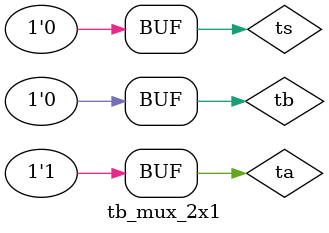
<source format=v>
`timescale 1ns / 1ps


module tb_mux_2x1();
wire ty;
reg ta,tb,ts;

mux_2x1 DUT (ty, ta,tb, ts);

initial
begin
ta = 0; tb = 0; ts = 0;
#10 ta = 0; tb = 0; ts = 0;
#10 ta = 0; tb = 0; ts = 1;
#10 ta = 0; tb = 1; ts = 0;
#10 ta = 0; tb = 1; ts = 1;
#10 ta = 1; tb = 0; ts = 0;


end

endmodule

</source>
